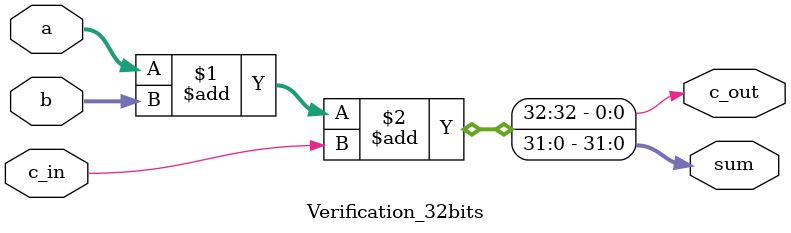
<source format=v>
`timescale 1ns / 1ps


module Verification_32bits(
input [31:0] a,
input [31:0] b,
input c_in,
output c_out,
output [31:0] sum
);

assign {c_out, sum} = a + b + c_in;

    
endmodule

</source>
